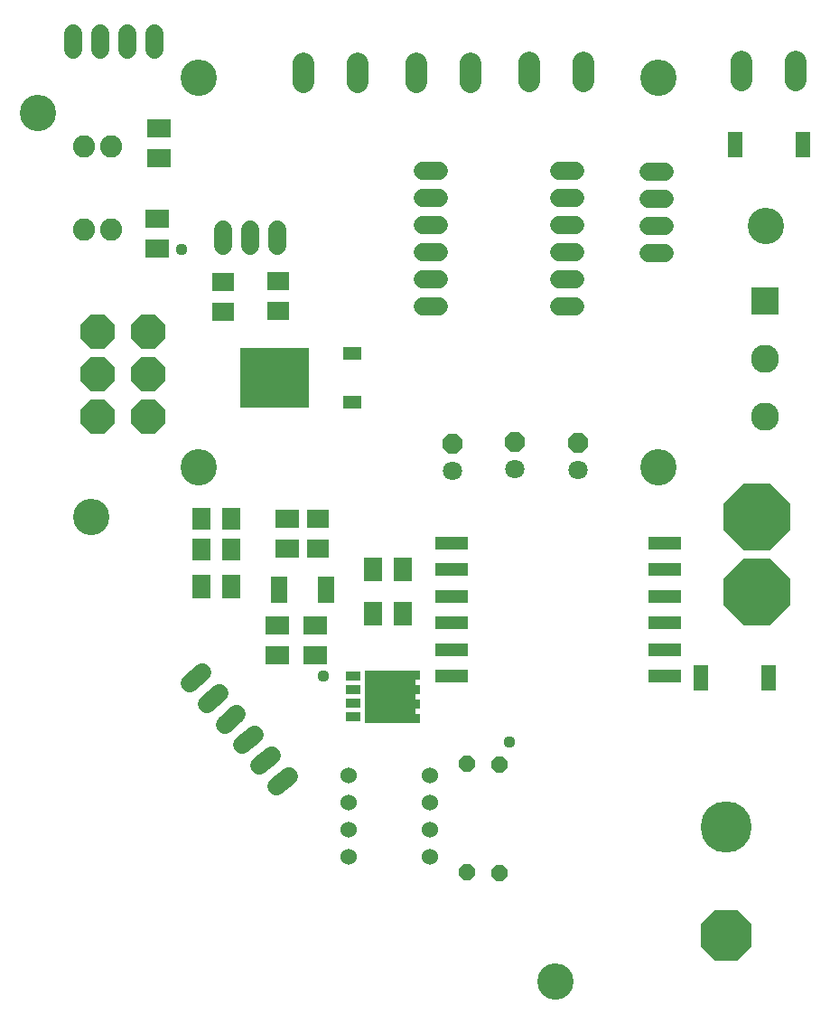
<source format=gbr>
G04 EAGLE Gerber RS-274X export*
G75*
%MOMM*%
%FSLAX34Y34*%
%LPD*%
%INSoldermask Top*%
%IPPOS*%
%AMOC8*
5,1,8,0,0,1.08239X$1,22.5*%
G01*
%ADD10C,3.403200*%
%ADD11P,1.951982X8X112.500000*%
%ADD12C,1.803400*%
%ADD13R,1.803200X2.003200*%
%ADD14R,2.003200X1.803200*%
%ADD15C,4.800600*%
%ADD16P,5.196121X8X292.500000*%
%ADD17R,1.473200X2.363200*%
%ADD18C,2.082800*%
%ADD19C,1.524000*%
%ADD20R,6.403200X5.603200*%
%ADD21R,1.803200X1.203200*%
%ADD22R,1.403200X0.853200*%
%ADD23R,0.703200X0.903200*%
%ADD24R,4.703200X4.903200*%
%ADD25R,2.633200X2.633200*%
%ADD26C,2.633200*%
%ADD27R,2.203200X1.803200*%
%ADD28R,1.803200X2.203200*%
%ADD29P,1.649562X8X112.500000*%
%ADD30P,1.649562X8X292.500000*%
%ADD31P,3.477827X8X22.500000*%
%ADD32C,1.993900*%
%ADD33R,3.153200X1.203200*%
%ADD34R,1.600200X0.482600*%
%ADD35C,1.727200*%
%ADD36P,6.731600X8X292.500000*%
%ADD37C,1.109600*%


D10*
X27660Y889370D03*
X512387Y75888D03*
X77506Y510770D03*
X609599Y557232D03*
X710208Y783751D03*
X178599Y922232D03*
X609599Y922232D03*
X178599Y557232D03*
D11*
X533900Y580800D03*
D12*
X533900Y555400D03*
D11*
X474900Y580900D03*
D12*
X474900Y555500D03*
D11*
X415900Y580000D03*
D12*
X415900Y554600D03*
D13*
X208700Y480400D03*
X180700Y480400D03*
D14*
X290400Y481200D03*
X290400Y509200D03*
D13*
X209200Y509400D03*
X181200Y509400D03*
D15*
X673100Y220900D03*
D16*
X673100Y119300D03*
D17*
X712500Y360000D03*
X649100Y360000D03*
D18*
X71000Y780500D03*
X96400Y780500D03*
D17*
X744400Y860000D03*
X681000Y860000D03*
D19*
X394700Y192400D03*
X394700Y217800D03*
X318500Y217800D03*
X318500Y192400D03*
X394700Y243200D03*
X394700Y268600D03*
X318500Y243200D03*
X318500Y268600D03*
D20*
X249500Y641200D03*
D21*
X322500Y618400D03*
X322500Y664000D03*
D22*
X322800Y361650D03*
X322800Y348950D03*
X322800Y336250D03*
X322800Y323550D03*
D23*
X382800Y322600D03*
X382800Y335950D03*
X382800Y349250D03*
X382800Y362600D03*
D24*
X357800Y342600D03*
D25*
X709600Y713700D03*
D26*
X709600Y659200D03*
X709600Y604700D03*
D27*
X261600Y509000D03*
X261600Y481000D03*
X252400Y381200D03*
X252400Y409200D03*
D28*
X341800Y461600D03*
X369800Y461600D03*
X341600Y420100D03*
X369600Y420100D03*
D27*
X287900Y381800D03*
X287900Y409800D03*
D29*
X430100Y178100D03*
X430100Y279700D03*
D30*
X459900Y278900D03*
X459900Y177300D03*
D27*
X139400Y790800D03*
X139400Y762800D03*
D31*
X83624Y604568D03*
X83624Y644700D03*
X83624Y684832D03*
X131376Y684832D03*
X131376Y644700D03*
X131376Y604568D03*
D32*
X687400Y919797D02*
X687400Y937704D01*
X738200Y937704D02*
X738200Y919797D01*
D33*
X615250Y361600D03*
X615250Y386600D03*
X615250Y411600D03*
X615250Y436600D03*
X615250Y461600D03*
X615250Y486600D03*
X415750Y486600D03*
X415750Y461600D03*
X415750Y436600D03*
X415750Y411600D03*
X415750Y386600D03*
X415750Y361600D03*
D34*
X253956Y452706D03*
X253956Y447880D03*
X253956Y442800D03*
X253956Y437720D03*
X253956Y432894D03*
X297644Y432894D03*
X297644Y437720D03*
X297644Y442800D03*
X297644Y447880D03*
X297644Y452706D03*
D35*
X201600Y764980D02*
X201600Y780220D01*
X227000Y780220D02*
X227000Y764980D01*
X252400Y764980D02*
X252400Y780220D01*
D27*
X141300Y846800D03*
X141300Y874800D03*
D18*
X70600Y857800D03*
X96000Y857800D03*
D14*
X201000Y731000D03*
X201000Y703000D03*
X253000Y732000D03*
X253000Y704000D03*
D35*
X137100Y948380D02*
X137100Y963620D01*
X111700Y963620D02*
X111700Y948380D01*
X86300Y948380D02*
X86300Y963620D01*
X60900Y963620D02*
X60900Y948380D01*
D32*
X539400Y937304D02*
X539400Y919397D01*
X488600Y919397D02*
X488600Y937304D01*
X433400Y936304D02*
X433400Y918397D01*
X382600Y918397D02*
X382600Y936304D01*
X327400Y936304D02*
X327400Y918397D01*
X276600Y918397D02*
X276600Y936304D01*
D35*
X516180Y835100D02*
X531420Y835100D01*
X531420Y809700D02*
X516180Y809700D01*
X516180Y784300D02*
X531420Y784300D01*
X531420Y758900D02*
X516180Y758900D01*
X516180Y733500D02*
X531420Y733500D01*
X531420Y708100D02*
X516180Y708100D01*
X403620Y835500D02*
X388380Y835500D01*
X388380Y810100D02*
X403620Y810100D01*
X403620Y784700D02*
X388380Y784700D01*
X388380Y759300D02*
X403620Y759300D01*
X403620Y733900D02*
X388380Y733900D01*
X388380Y708500D02*
X403620Y708500D01*
D36*
X701300Y511000D03*
X701300Y441000D03*
D35*
X615580Y757890D02*
X600340Y757890D01*
X600340Y783290D02*
X615580Y783290D01*
X615580Y808690D02*
X600340Y808690D01*
X600340Y834090D02*
X615580Y834090D01*
X214264Y326497D02*
X202589Y316701D01*
X186263Y336158D02*
X197937Y345954D01*
X181610Y365412D02*
X169936Y355616D01*
X218916Y297243D02*
X230591Y307039D01*
X246917Y287582D02*
X235243Y277786D01*
X251570Y258328D02*
X263244Y268124D01*
D28*
X180680Y445530D03*
X208680Y445530D03*
D37*
X295100Y361700D03*
X162000Y761800D03*
X470000Y300000D03*
M02*

</source>
